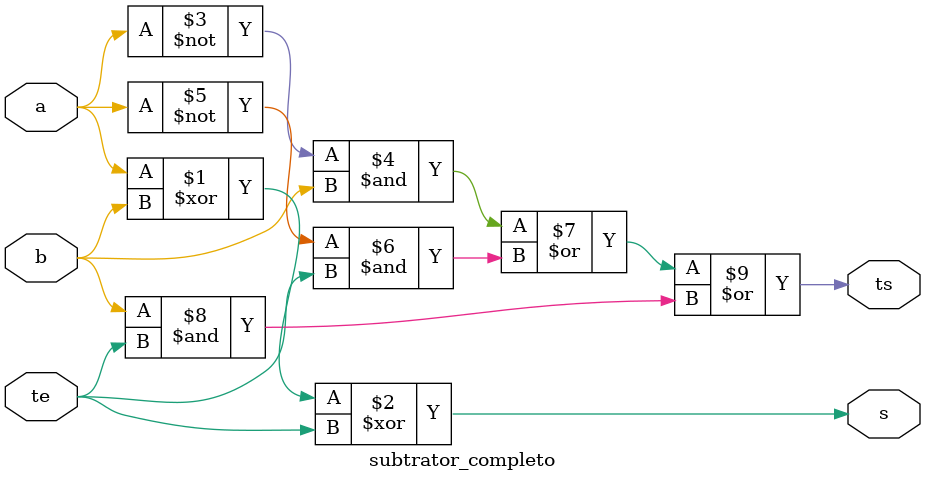
<source format=v>
module subtrator_completo
(
	input a, b, te,
	output s, ts
);

	assign s = (a ^ b) ^ te;
	assign ts = (~a & b) | (~a & te) | (b & te);

endmodule 
</source>
